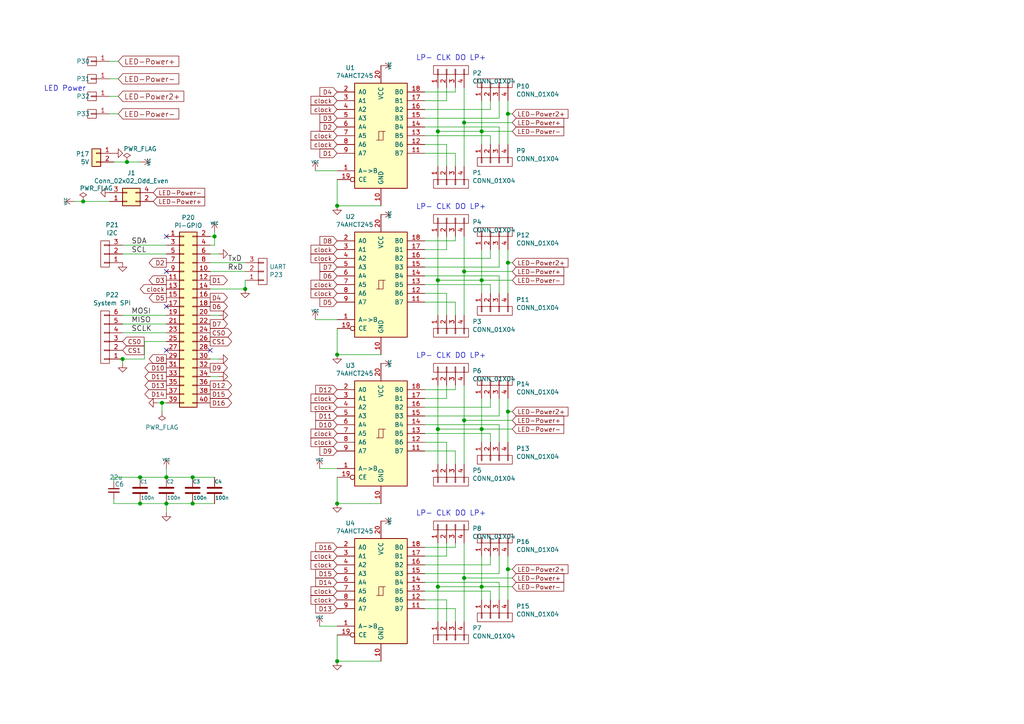
<source format=kicad_sch>
(kicad_sch (version 20250114) (generator "eeschema") (generator_version "9.0")
  (paper "A4")
  (lib_symbols
    (symbol "74xx:74HC245" (pin_names (offset 1.016))
      (property "Reference" "U" (at -7.62 16.51 0))
      (property "Value" "74HC245" (at -7.62 -16.51 0))
      (symbol "74HC245_1_0"
        (pin tri_state line (at -12.7 12.7 0) (length 5.08) (name "A0") (number "2"))
        (pin tri_state line (at -12.7 10.16 0) (length 5.08) (name "A1") (number "3"))
        (pin tri_state line (at -12.7 7.62 0) (length 5.08) (name "A2") (number "4"))
        (pin tri_state line (at -12.7 5.08 0) (length 5.08) (name "A3") (number "5"))
        (pin tri_state line (at -12.7 2.54 0) (length 5.08) (name "A4") (number "6"))
        (pin tri_state line (at -12.7 0 0) (length 5.08) (name "A5") (number "7"))
        (pin tri_state line (at -12.7 -2.54 0) (length 5.08) (name "A6") (number "8"))
        (pin tri_state line (at -12.7 -5.08 0) (length 5.08) (name "A7") (number "9"))
        (pin input line (at -12.7 -10.16 0) (length 5.08) (name "A->B") (number "1"))
        (pin input inverted (at -12.7 -12.7 0) (length 5.08) (name "CE") (number "19"))
        (pin power_in line (at 0 20.32 270) (length 5.08) (name "VCC") (number "20"))
        (pin power_in line (at 0 -20.32 90) (length 5.08) (name "GND") (number "10"))
        (pin tri_state line (at 12.7 12.7 180) (length 5.08) (name "B0") (number "18"))
        (pin tri_state line (at 12.7 10.16 180) (length 5.08) (name "B1") (number "17"))
        (pin tri_state line (at 12.7 7.62 180) (length 5.08) (name "B2") (number "16"))
        (pin tri_state line (at 12.7 5.08 180) (length 5.08) (name "B3") (number "15"))
        (pin tri_state line (at 12.7 2.54 180) (length 5.08) (name "B4") (number "14"))
        (pin tri_state line (at 12.7 0 180) (length 5.08) (name "B5") (number "13"))
        (pin tri_state line (at 12.7 -2.54 180) (length 5.08) (name "B6") (number "12"))
        (pin tri_state line (at 12.7 -5.08 180) (length 5.08) (name "B7") (number "11"))
      )
    )
    (symbol "Connector_Generic:Conn_02x20_Odd_Even" (pin_names (offset 1.016) (hide yes))
      (property "Reference" "J" (at 1.27 25.4 0))
      (property "Value" "Conn_02x20_Odd_Even" (at 1.27 -27.94 0))
      (symbol "Conn_02x20_Odd_Even_1_1"
        (pin passive line (at -5.08 22.86 0) (length 3.81) (name "Pin_1") (number "1"))
        (pin passive line (at -5.08 20.32 0) (length 3.81) (name "Pin_3") (number "3"))
        (pin passive line (at -5.08 17.78 0) (length 3.81) (name "Pin_5") (number "5"))
        (pin passive line (at -5.08 15.24 0) (length 3.81) (name "Pin_7") (number "7"))
        (pin passive line (at -5.08 12.7 0) (length 3.81) (name "Pin_9") (number "9"))
        (pin passive line (at -5.08 10.16 0) (length 3.81) (name "Pin_11") (number "11"))
        (pin passive line (at -5.08 7.62 0) (length 3.81) (name "Pin_13") (number "13"))
        (pin passive line (at -5.08 5.08 0) (length 3.81) (name "Pin_15") (number "15"))
        (pin passive line (at -5.08 2.54 0) (length 3.81) (name "Pin_17") (number "17"))
        (pin passive line (at -5.08 0 0) (length 3.81) (name "Pin_19") (number "19"))
        (pin passive line (at -5.08 -2.54 0) (length 3.81) (name "Pin_21") (number "21"))
        (pin passive line (at -5.08 -5.08 0) (length 3.81) (name "Pin_23") (number "23"))
        (pin passive line (at -5.08 -7.62 0) (length 3.81) (name "Pin_25") (number "25"))
        (pin passive line (at -5.08 -10.16 0) (length 3.81) (name "Pin_27") (number "27"))
        (pin passive line (at -5.08 -12.7 0) (length 3.81) (name "Pin_29") (number "29"))
        (pin passive line (at -5.08 -15.24 0) (length 3.81) (name "Pin_31") (number "31"))
        (pin passive line (at -5.08 -17.78 0) (length 3.81) (name "Pin_33") (number "33"))
        (pin passive line (at -5.08 -20.32 0) (length 3.81) (name "Pin_35") (number "35"))
        (pin passive line (at -5.08 -22.86 0) (length 3.81) (name "Pin_37") (number "37"))
        (pin passive line (at -5.08 -25.4 0) (length 3.81) (name "Pin_39") (number "39"))
        (pin passive line (at 7.62 22.86 180) (length 3.81) (name "Pin_2") (number "2"))
        (pin passive line (at 7.62 20.32 180) (length 3.81) (name "Pin_4") (number "4"))
        (pin passive line (at 7.62 17.78 180) (length 3.81) (name "Pin_6") (number "6"))
        (pin passive line (at 7.62 15.24 180) (length 3.81) (name "Pin_8") (number "8"))
        (pin passive line (at 7.62 12.7 180) (length 3.81) (name "Pin_10") (number "10"))
        (pin passive line (at 7.62 10.16 180) (length 3.81) (name "Pin_12") (number "12"))
        (pin passive line (at 7.62 7.62 180) (length 3.81) (name "Pin_14") (number "14"))
        (pin passive line (at 7.62 5.08 180) (length 3.81) (name "Pin_16") (number "16"))
        (pin passive line (at 7.62 2.54 180) (length 3.81) (name "Pin_18") (number "18"))
        (pin passive line (at 7.62 0 180) (length 3.81) (name "Pin_20") (number "20"))
        (pin passive line (at 7.62 -2.54 180) (length 3.81) (name "Pin_22") (number "22"))
        (pin passive line (at 7.62 -5.08 180) (length 3.81) (name "Pin_24") (number "24"))
        (pin passive line (at 7.62 -7.62 180) (length 3.81) (name "Pin_26") (number "26"))
        (pin passive line (at 7.62 -10.16 180) (length 3.81) (name "Pin_28") (number "28"))
        (pin passive line (at 7.62 -12.7 180) (length 3.81) (name "Pin_30") (number "30"))
        (pin passive line (at 7.62 -15.24 180) (length 3.81) (name "Pin_32") (number "32"))
        (pin passive line (at 7.62 -17.78 180) (length 3.81) (name "Pin_34") (number "34"))
        (pin passive line (at 7.62 -20.32 180) (length 3.81) (name "Pin_36") (number "36"))
        (pin passive line (at 7.62 -22.86 180) (length 3.81) (name "Pin_38") (number "38"))
        (pin passive line (at 7.62 -25.4 180) (length 3.81) (name "Pin_40") (number "40"))
      )
    )
    (symbol "pi-adapter-hc-rescue:Conn_01x02-Connector" (pin_names (offset 1.016) (hide yes))
      (property "Reference" "J" (at 0 2.54 0))
      (property "Value" "Conn_01x02-Connector" (at 0 -5.08 0))
      (symbol "Conn_01x02-Connector_1_1"
        (pin passive line (at -5.08 0 0) (length 3.81) (name "Pin_1") (number "1"))
        (pin passive line (at -5.08 -2.54 0) (length 3.81) (name "Pin_2") (number "2"))
      )
    )
    (symbol "pi-adapter-hc-rescue:Conn_02x02_Odd_Even-Connector" (pin_names (offset 1.016) (hide yes))
      (property "Reference" "J" (at 1.27 2.54 0))
      (property "Value" "Conn_02x02_Odd_Even-Connector" (at 1.27 -5.08 0))
      (symbol "Conn_02x02_Odd_Even-Connector_1_1"
        (pin passive line (at -5.08 0 0) (length 3.81) (name "Pin_1") (number "1"))
        (pin passive line (at -5.08 -2.54 0) (length 3.81) (name "Pin_3") (number "3"))
        (pin passive line (at 7.62 0 180) (length 3.81) (name "Pin_2") (number "2"))
        (pin passive line (at 7.62 -2.54 180) (length 3.81) (name "Pin_4") (number "4"))
      )
    )
    (symbol "pi-adapter-rescue:C-RESCUE-pi-adapter" (pin_numbers (hide yes)) (pin_names (offset 0.254))
      (property "Reference" "C" (at 0.635 2.54 0))
      (property "Value" "pi-adapter-rescue_C-RESCUE-pi-adapter" (at 0.635 -2.54 0))
      (symbol "C-RESCUE-pi-adapter_1_1"
        (pin passive line (at 0 3.81 270) (length 2.794) (name "~") (number "1"))
        (pin passive line (at 0 -3.81 90) (length 2.794) (name "~") (number "2"))
      )
    )
    (symbol "pi-adapter-rescue:CONN_01X01-RESCUE-pi-adapter" (pin_names (offset 1.016) (hide yes))
      (property "Reference" "P" (at 0 2.54 0))
      (property "Value" "pi-adapter-rescue_CONN_01X01-RESCUE-pi-adapter" (at 2.54 0 90))
      (symbol "CONN_01X01-RESCUE-pi-adapter_1_1"
        (pin passive line (at -5.08 0 0) (length 3.81) (name "P1") (number "1"))
      )
    )
    (symbol "pi-adapter-rescue:CONN_01X03-RESCUE-pi-adapter" (pin_names (offset 1.016) (hide yes))
      (property "Reference" "P" (at 0 5.08 0))
      (property "Value" "pi-adapter-rescue_CONN_01X03-RESCUE-pi-adapter" (at 2.54 0 90))
      (symbol "CONN_01X03-RESCUE-pi-adapter_1_1"
        (pin passive line (at -5.08 2.54 0) (length 3.81) (name "P1") (number "1"))
        (pin passive line (at -5.08 0 0) (length 3.81) (name "P2") (number "2"))
        (pin passive line (at -5.08 -2.54 0) (length 3.81) (name "P3") (number "3"))
      )
    )
    (symbol "pi-adapter-rescue:CONN_01X04-RESCUE-pi-adapter" (pin_names (offset 1.016) (hide yes))
      (property "Reference" "P" (at 0 6.35 0))
      (property "Value" "pi-adapter-rescue_CONN_01X04-RESCUE-pi-adapter" (at 2.54 0 90))
      (symbol "CONN_01X04-RESCUE-pi-adapter_1_1"
        (pin passive line (at -5.08 3.81 0) (length 3.81) (name "P1") (number "1"))
        (pin passive line (at -5.08 1.27 0) (length 3.81) (name "P2") (number "2"))
        (pin passive line (at -5.08 -1.27 0) (length 3.81) (name "P3") (number "3"))
        (pin passive line (at -5.08 -3.81 0) (length 3.81) (name "P4") (number "4"))
      )
    )
    (symbol "pi-adapter-rescue:CONN_01X06-RESCUE-pi-adapter" (pin_names (offset 1.016) (hide yes))
      (property "Reference" "P" (at 0 8.89 0))
      (property "Value" "pi-adapter-rescue_CONN_01X06-RESCUE-pi-adapter" (at 2.54 0 90))
      (symbol "CONN_01X06-RESCUE-pi-adapter_1_1"
        (pin passive line (at -5.08 6.35 0) (length 3.81) (name "P1") (number "1"))
        (pin passive line (at -5.08 3.81 0) (length 3.81) (name "P2") (number "2"))
        (pin passive line (at -5.08 1.27 0) (length 3.81) (name "P3") (number "3"))
        (pin passive line (at -5.08 -1.27 0) (length 3.81) (name "P4") (number "4"))
        (pin passive line (at -5.08 -3.81 0) (length 3.81) (name "P5") (number "5"))
        (pin passive line (at -5.08 -6.35 0) (length 3.81) (name "P6") (number "6"))
      )
    )
    (symbol "pi-adapter-rescue:C_Small-RESCUE-pi-adapter" (pin_numbers (hide yes)) (pin_names (offset 0.254) (hide yes))
      (property "Reference" "C" (at 0.254 1.778 0))
      (property "Value" "pi-adapter-rescue_C_Small-RESCUE-pi-adapter" (at 0.254 -2.032 0))
      (symbol "C_Small-RESCUE-pi-adapter_1_1"
        (pin passive line (at 0 2.54 270) (length 1.905) (name "~") (number "1"))
        (pin passive line (at 0 -2.54 90) (length 2.032) (name "~") (number "2"))
      )
    )
    (symbol "power:GND" (power) (pin_names (offset 0))
      (property "Value" "GND" (at 0 -3.81 0))
      (symbol "GND_1_1"
        (pin power_in line (at 0 0 270) (length 0) (hide yes) (name "GND") (number "1"))
      )
    )
    (symbol "power:PWR_FLAG" (power) (pin_numbers (hide yes)) (pin_names (offset 0) (hide yes))
      (property "Value" "PWR_FLAG" (at 0 3.81 0))
      (symbol "PWR_FLAG_0_0"
        (pin power_out line (at 0 0 90) (length 0) (name "pwr") (number "1"))
      )
    )
    (symbol "power:VCC" (power) (pin_names (offset 0))
      (property "Value" "VCC" (at 0 3.81 0))
      (symbol "VCC_1_1"
        (pin power_in line (at 0 0 90) (length 0) (hide yes) (name "VCC") (number "1"))
      )
    )
  )
  (text "LED Power" (at 12.7 26.67 0) (effects (font (size 1.524 1.524)) (justify left bottom)))
  (text "LP- CLK DO LP+\n" (at 120.65 60.96 0) (effects (font (size 1.524 1.524)) (justify left bottom)))
  (text "LP- CLK DO LP+\n" (at 120.65 17.78 0) (effects (font (size 1.524 1.524)) (justify left bottom)))
  (text "LP- CLK DO LP+\n" (at 120.65 149.86 0) (effects (font (size 1.524 1.524)) (justify left bottom)))
  (text "LP- CLK DO LP+\n" (at 120.65 104.14 0) (effects (font (size 1.524 1.524)) (justify left bottom)))
  (junction (at 40.64 138.43) (diameter 1.016))
  (junction (at 24.13 58.42) (diameter 1.016))
  (junction (at 147.32 76.2) (diameter 1.016))
  (junction (at 71.12 83.82) (diameter 1.016))
  (junction (at 62.23 68.58) (diameter 1.016))
  (junction (at 97.79 59.69) (diameter 1.016))
  (junction (at 147.32 119.38) (diameter 1.016))
  (junction (at 36.83 46.99) (diameter 1.016))
  (junction (at 139.7 38.1) (diameter 1.016))
  (junction (at 147.32 165.1) (diameter 1.016))
  (junction (at 48.26 138.43) (diameter 1.016))
  (junction (at 127 170.18) (diameter 1.016))
  (junction (at 134.62 121.92) (diameter 1.016))
  (junction (at 46.99 116.84) (diameter 1.016))
  (junction (at 127 124.46) (diameter 1.016))
  (junction (at 127 38.1) (diameter 1.016))
  (junction (at 134.62 167.64) (diameter 1.016))
  (junction (at 134.62 35.56) (diameter 1.016))
  (junction (at 55.88 138.43) (diameter 1.016))
  (junction (at 134.62 78.74) (diameter 1.016))
  (junction (at 139.7 81.28) (diameter 1.016))
  (junction (at 40.64 146.05) (diameter 1.016))
  (junction (at 139.7 124.46) (diameter 1.016))
  (junction (at 48.26 146.05) (diameter 1.016))
  (junction (at 97.79 191.77) (diameter 1.016))
  (junction (at 127 81.28) (diameter 1.016))
  (junction (at 35.56 104.14) (diameter 1.016))
  (junction (at 139.7 170.18) (diameter 1.016))
  (junction (at 147.32 33.02) (diameter 1.016))
  (junction (at 97.79 102.87) (diameter 1.016))
  (junction (at 55.88 146.05) (diameter 1.016))
  (junction (at 97.79 146.05) (diameter 1.016))
  (no_connect (at 48.26 78.74))
  (no_connect (at 48.26 68.58))
  (no_connect (at 48.26 101.6))
  (no_connect (at 60.96 101.6))
  (no_connect (at 48.26 88.9))
  (wire (pts (xy 147.32 33.02) (xy 148.59 33.02)))
  (wire (pts (xy 92.71 181.61) (xy 97.79 181.61)))
  (wire (pts (xy 127 81.28) (xy 139.7 81.28)))
  (wire (pts (xy 132.08 176.53) (xy 132.08 180.34)))
  (wire (pts (xy 147.32 76.2) (xy 147.32 85.09)))
  (wire (pts (xy 132.08 113.03) (xy 132.08 111.76)))
  (wire (pts (xy 142.24 31.75) (xy 142.24 29.21)))
  (wire (pts (xy 129.54 29.21) (xy 129.54 25.4)))
  (wire (pts (xy 123.19 163.83) (xy 142.24 163.83)))
  (wire (pts (xy 129.54 72.39) (xy 129.54 68.58)))
  (wire (pts (xy 139.7 38.1) (xy 139.7 41.91)))
  (wire (pts (xy 144.78 120.65) (xy 144.78 115.57)))
  (wire (pts (xy 127 25.4) (xy 127 38.1)))
  (wire (pts (xy 123.19 87.63) (xy 132.08 87.63)))
  (wire (pts (xy 62.23 68.58) (xy 62.23 71.12)))
  (wire (pts (xy 129.54 128.27) (xy 129.54 134.62)))
  (wire (pts (xy 132.08 158.75) (xy 132.08 157.48)))
  (wire (pts (xy 21.59 58.42) (xy 24.13 58.42)))
  (wire (pts (xy 147.32 119.38) (xy 147.32 128.27)))
  (wire (pts (xy 60.96 73.66) (xy 63.5 73.66)))
  (wire (pts (xy 129.54 115.57) (xy 129.54 111.76)))
  (wire (pts (xy 147.32 115.57) (xy 147.32 119.38)))
  (wire (pts (xy 139.7 72.39) (xy 139.7 81.28)))
  (wire (pts (xy 134.62 35.56) (xy 148.59 35.56)))
  (wire (pts (xy 142.24 163.83) (xy 142.24 161.29)))
  (wire (pts (xy 123.19 118.11) (xy 142.24 118.11)))
  (wire (pts (xy 139.7 115.57) (xy 139.7 124.46)))
  (wire (pts (xy 123.19 72.39) (xy 129.54 72.39)))
  (wire (pts (xy 123.19 120.65) (xy 144.78 120.65)))
  (wire (pts (xy 97.79 138.43) (xy 97.79 146.05)))
  (wire (pts (xy 123.19 161.29) (xy 129.54 161.29)))
  (wire (pts (xy 123.19 36.83) (xy 144.78 36.83)))
  (wire (pts (xy 35.56 91.44) (xy 48.26 91.44)))
  (wire (pts (xy 129.54 173.99) (xy 129.54 180.34)))
  (wire (pts (xy 134.62 25.4) (xy 134.62 35.56)))
  (wire (pts (xy 97.79 146.05) (xy 110.49 146.05)))
  (wire (pts (xy 144.78 77.47) (xy 144.78 72.39)))
  (wire (pts (xy 139.7 124.46) (xy 148.59 124.46)))
  (wire (pts (xy 142.24 74.93) (xy 142.24 72.39)))
  (wire (pts (xy 33.02 146.05) (xy 40.64 146.05)))
  (wire (pts (xy 127 38.1) (xy 127 48.26)))
  (wire (pts (xy 127 124.46) (xy 127 134.62)))
  (wire (pts (xy 97.79 95.25) (xy 97.79 102.87)))
  (wire (pts (xy 35.56 104.14) (xy 35.56 105.41)))
  (wire (pts (xy 147.32 29.21) (xy 147.32 33.02)))
  (wire (pts (xy 60.96 109.22) (xy 63.5 109.22)))
  (wire (pts (xy 123.19 85.09) (xy 129.54 85.09)))
  (wire (pts (xy 48.26 138.43) (xy 55.88 138.43)))
  (wire (pts (xy 129.54 161.29) (xy 129.54 157.48)))
  (wire (pts (xy 33.02 138.43) (xy 40.64 138.43)))
  (wire (pts (xy 97.79 184.15) (xy 97.79 191.77)))
  (wire (pts (xy 147.32 119.38) (xy 148.59 119.38)))
  (wire (pts (xy 129.54 44.45) (xy 132.08 44.45)))
  (wire (pts (xy 123.19 123.19) (xy 144.78 123.19)))
  (wire (pts (xy 36.83 46.99) (xy 40.64 46.99)))
  (wire (pts (xy 144.78 80.01) (xy 144.78 85.09)))
  (wire (pts (xy 134.62 121.92) (xy 134.62 134.62)))
  (wire (pts (xy 123.19 69.85) (xy 132.08 69.85)))
  (wire (pts (xy 144.78 166.37) (xy 144.78 161.29)))
  (wire (pts (xy 132.08 87.63) (xy 132.08 91.44)))
  (wire (pts (xy 97.79 49.53) (xy 91.44 49.53)))
  (wire (pts (xy 127 170.18) (xy 127 180.34)))
  (wire (pts (xy 62.23 67.31) (xy 62.23 68.58)))
  (wire (pts (xy 142.24 125.73) (xy 123.19 125.73)))
  (wire (pts (xy 139.7 81.28) (xy 139.7 85.09)))
  (wire (pts (xy 123.19 74.93) (xy 142.24 74.93)))
  (wire (pts (xy 142.24 171.45) (xy 123.19 171.45)))
  (wire (pts (xy 134.62 121.92) (xy 148.59 121.92)))
  (wire (pts (xy 127 157.48) (xy 127 170.18)))
  (wire (pts (xy 60.96 68.58) (xy 62.23 68.58)))
  (wire (pts (xy 31.75 22.86) (xy 34.29 22.86)))
  (wire (pts (xy 147.32 72.39) (xy 147.32 76.2)))
  (wire (pts (xy 127 38.1) (xy 139.7 38.1)))
  (wire (pts (xy 147.32 76.2) (xy 148.59 76.2)))
  (wire (pts (xy 144.78 36.83) (xy 144.78 41.91)))
  (wire (pts (xy 33.02 144.78) (xy 33.02 146.05)))
  (wire (pts (xy 60.96 78.74) (xy 71.12 78.74)))
  (wire (pts (xy 48.26 138.43) (xy 48.26 135.89)))
  (wire (pts (xy 132.08 69.85) (xy 132.08 68.58)))
  (wire (pts (xy 147.32 161.29) (xy 147.32 165.1)))
  (wire (pts (xy 33.02 138.43) (xy 33.02 139.7)))
  (wire (pts (xy 147.32 33.02) (xy 147.32 41.91)))
  (wire (pts (xy 123.19 113.03) (xy 132.08 113.03)))
  (wire (pts (xy 55.88 138.43) (xy 62.23 138.43)))
  (wire (pts (xy 97.79 59.69) (xy 110.49 59.69)))
  (wire (pts (xy 127 124.46) (xy 139.7 124.46)))
  (wire (pts (xy 142.24 173.99) (xy 142.24 171.45)))
  (wire (pts (xy 35.56 71.12) (xy 48.26 71.12)))
  (wire (pts (xy 134.62 35.56) (xy 134.62 48.26)))
  (wire (pts (xy 48.26 146.05) (xy 55.88 146.05)))
  (wire (pts (xy 127 170.18) (xy 139.7 170.18)))
  (wire (pts (xy 41.91 99.06) (xy 48.26 99.06)))
  (wire (pts (xy 139.7 38.1) (xy 148.59 38.1)))
  (wire (pts (xy 129.54 85.09) (xy 129.54 91.44)))
  (wire (pts (xy 129.54 41.91) (xy 129.54 48.26)))
  (wire (pts (xy 132.08 26.67) (xy 132.08 25.4)))
  (wire (pts (xy 24.13 58.42) (xy 31.75 58.42)))
  (wire (pts (xy 147.32 165.1) (xy 147.32 173.99)))
  (wire (pts (xy 147.32 165.1) (xy 148.59 165.1)))
  (wire (pts (xy 134.62 68.58) (xy 134.62 78.74)))
  (wire (pts (xy 123.19 130.81) (xy 132.08 130.81)))
  (wire (pts (xy 48.26 146.05) (xy 48.26 148.59)))
  (wire (pts (xy 142.24 118.11) (xy 142.24 115.57)))
  (wire (pts (xy 40.64 138.43) (xy 48.26 138.43)))
  (wire (pts (xy 123.19 29.21) (xy 129.54 29.21)))
  (wire (pts (xy 123.19 166.37) (xy 144.78 166.37)))
  (wire (pts (xy 123.19 115.57) (xy 129.54 115.57)))
  (wire (pts (xy 132.08 130.81) (xy 132.08 134.62)))
  (wire (pts (xy 144.78 168.91) (xy 144.78 173.99)))
  (wire (pts (xy 97.79 191.77) (xy 110.49 191.77)))
  (wire (pts (xy 31.75 27.94) (xy 34.29 27.94)))
  (wire (pts (xy 144.78 34.29) (xy 144.78 29.21)))
  (wire (pts (xy 97.79 52.07) (xy 97.79 59.69)))
  (wire (pts (xy 134.62 78.74) (xy 148.59 78.74)))
  (wire (pts (xy 139.7 170.18) (xy 148.59 170.18)))
  (wire (pts (xy 123.19 158.75) (xy 132.08 158.75)))
  (wire (pts (xy 142.24 82.55) (xy 123.19 82.55)))
  (wire (pts (xy 31.75 17.78) (xy 34.29 17.78)))
  (wire (pts (xy 35.56 104.14) (xy 41.91 104.14)))
  (wire (pts (xy 62.23 71.12) (xy 60.96 71.12)))
  (wire (pts (xy 60.96 104.14) (xy 63.5 104.14)))
  (wire (pts (xy 35.56 96.52) (xy 48.26 96.52)))
  (wire (pts (xy 123.19 173.99) (xy 129.54 173.99)))
  (wire (pts (xy 60.96 91.44) (xy 63.5 91.44)))
  (wire (pts (xy 134.62 157.48) (xy 134.62 167.64)))
  (wire (pts (xy 139.7 81.28) (xy 148.59 81.28)))
  (wire (pts (xy 40.64 146.05) (xy 48.26 146.05)))
  (wire (pts (xy 134.62 167.64) (xy 134.62 180.34)))
  (wire (pts (xy 123.19 44.45) (xy 129.54 44.45)))
  (wire (pts (xy 123.19 34.29) (xy 144.78 34.29)))
  (wire (pts (xy 35.56 73.66) (xy 48.26 73.66)))
  (wire (pts (xy 123.19 128.27) (xy 129.54 128.27)))
  (wire (pts (xy 123.19 31.75) (xy 142.24 31.75)))
  (wire (pts (xy 91.44 92.71) (xy 97.79 92.71)))
  (wire (pts (xy 123.19 176.53) (xy 132.08 176.53)))
  (wire (pts (xy 144.78 123.19) (xy 144.78 128.27)))
  (wire (pts (xy 127 111.76) (xy 127 124.46)))
  (wire (pts (xy 134.62 78.74) (xy 134.62 91.44)))
  (wire (pts (xy 46.99 116.84) (xy 46.99 119.38)))
  (wire (pts (xy 134.62 111.76) (xy 134.62 121.92)))
  (wire (pts (xy 142.24 128.27) (xy 142.24 125.73)))
  (wire (pts (xy 97.79 102.87) (xy 110.49 102.87)))
  (wire (pts (xy 142.24 85.09) (xy 142.24 82.55)))
  (wire (pts (xy 123.19 80.01) (xy 144.78 80.01)))
  (wire (pts (xy 123.19 168.91) (xy 144.78 168.91)))
  (wire (pts (xy 45.72 116.84) (xy 46.99 116.84)))
  (wire (pts (xy 127 68.58) (xy 127 81.28)))
  (wire (pts (xy 127 81.28) (xy 127 91.44)))
  (wire (pts (xy 139.7 170.18) (xy 139.7 173.99)))
  (wire (pts (xy 33.02 46.99) (xy 36.83 46.99)))
  (wire (pts (xy 71.12 81.28) (xy 71.12 83.82)))
  (wire (pts (xy 31.75 33.02) (xy 34.29 33.02)))
  (wire (pts (xy 55.88 146.05) (xy 62.23 146.05)))
  (wire (pts (xy 123.19 26.67) (xy 132.08 26.67)))
  (wire (pts (xy 92.71 135.89) (xy 97.79 135.89)))
  (wire (pts (xy 35.56 93.98) (xy 48.26 93.98)))
  (wire (pts (xy 142.24 41.91) (xy 142.24 39.37)))
  (wire (pts (xy 134.62 167.64) (xy 148.59 167.64)))
  (wire (pts (xy 41.91 104.14) (xy 41.91 99.06)))
  (wire (pts (xy 71.12 83.82) (xy 60.96 83.82)))
  (wire (pts (xy 139.7 124.46) (xy 139.7 128.27)))
  (wire (pts (xy 123.19 77.47) (xy 144.78 77.47)))
  (wire (pts (xy 46.99 116.84) (xy 48.26 116.84)))
  (wire (pts (xy 123.19 41.91) (xy 129.54 41.91)))
  (wire (pts (xy 142.24 39.37) (xy 123.19 39.37)))
  (wire (pts (xy 139.7 161.29) (xy 139.7 170.18)))
  (wire (pts (xy 132.08 44.45) (xy 132.08 48.26)))
  (wire (pts (xy 60.96 76.2) (xy 71.12 76.2)))
  (wire (pts (xy 139.7 29.21) (xy 139.7 38.1)))
  (label "TxD" (at 66.04 76.2 0) (effects (font (size 1.524 1.524))))
  (label "MOSI" (at 38.1 91.44 0) (effects (font (size 1.524 1.524))))
  (label "RxD" (at 66.04 78.74 0) (effects (font (size 1.524 1.524))))
  (label "SCL" (at 38.1 73.66 0) (effects (font (size 1.524 1.524))))
  (label "MISO" (at 38.1 93.98 0) (effects (font (size 1.524 1.524))))
  (label "SCLK" (at 38.1 96.52 0) (effects (font (size 1.524 1.524))))
  (label "SDA" (at 38.1 71.12 0) (effects (font (size 1.524 1.524))))
  (global_label "D3" (shape input) (at 97.79 34.29 180) (effects (font (size 1.2954 1.2954))) (property "Intersheetrefs" "${INTERSHEET_REFS}" (effects (hide yes))))
  (global_label "D7" (shape output) (at 60.96 93.98 0) (effects (font (size 1.2954 1.2954))) (property "Intersheetrefs" "${INTERSHEET_REFS}" (effects (hide yes))))
  (global_label "D8" (shape output) (at 48.26 104.14 180) (effects (font (size 1.2954 1.2954))) (property "Intersheetrefs" "${INTERSHEET_REFS}" (effects (hide yes))))
  (global_label "clock" (shape input) (at 97.79 128.27 180) (effects (font (size 1.2954 1.2954))) (property "Intersheetrefs" "${INTERSHEET_REFS}" (effects (hide yes))))
  (global_label "clock" (shape input) (at 97.79 125.73 180) (effects (font (size 1.2954 1.2954))) (property "Intersheetrefs" "${INTERSHEET_REFS}" (effects (hide yes))))
  (global_label "D2" (shape output) (at 48.26 76.2 180) (effects (font (size 1.2954 1.2954))) (property "Intersheetrefs" "${INTERSHEET_REFS}" (effects (hide yes))))
  (global_label "D4" (shape input) (at 97.79 26.67 180) (effects (font (size 1.2954 1.2954))) (property "Intersheetrefs" "${INTERSHEET_REFS}" (effects (hide yes))))
  (global_label "D6" (shape output) (at 60.96 88.9 0) (effects (font (size 1.2954 1.2954))) (property "Intersheetrefs" "${INTERSHEET_REFS}" (effects (hide yes))))
  (global_label "clock" (shape input) (at 97.79 173.99 180) (effects (font (size 1.2954 1.2954))) (property "Intersheetrefs" "${INTERSHEET_REFS}" (effects (hide yes))))
  (global_label "D11" (shape output) (at 48.26 109.22 180) (effects (font (size 1.2954 1.2954))) (property "Intersheetrefs" "${INTERSHEET_REFS}" (effects (hide yes))))
  (global_label "CS0" (shape output) (at 60.96 96.52 0) (effects (font (size 1.2954 1.2954))) (property "Intersheetrefs" "${INTERSHEET_REFS}" (effects (hide yes))))
  (global_label "LED-Power+" (shape input) (at 44.45 58.42 0) (effects (font (size 1.2954 1.2954))) (property "Intersheetrefs" "${INTERSHEET_REFS}" (effects (hide yes))))
  (global_label "LED-Power2+" (shape input) (at 148.59 76.2 0) (effects (font (size 1.295 1.295))) (property "Intersheetrefs" "${INTERSHEET_REFS}" (effects (hide yes))))
  (global_label "D10" (shape input) (at 97.79 123.19 180) (effects (font (size 1.2954 1.2954))) (property "Intersheetrefs" "${INTERSHEET_REFS}" (effects (hide yes))))
  (global_label "LED-Power2+" (shape input) (at 148.59 119.38 0) (effects (font (size 1.295 1.295))) (property "Intersheetrefs" "${INTERSHEET_REFS}" (effects (hide yes))))
  (global_label "CS1" (shape output) (at 60.96 99.06 0) (effects (font (size 1.2954 1.2954))) (property "Intersheetrefs" "${INTERSHEET_REFS}" (effects (hide yes))))
  (global_label "LED-Power-" (shape input) (at 34.29 33.02 0) (effects (font (size 1.524 1.524))) (property "Intersheetrefs" "${INTERSHEET_REFS}" (effects (hide yes))))
  (global_label "clock" (shape input) (at 97.79 171.45 180) (effects (font (size 1.2954 1.2954))) (property "Intersheetrefs" "${INTERSHEET_REFS}" (effects (hide yes))))
  (global_label "clock" (shape input) (at 97.79 72.39 180) (effects (font (size 1.2954 1.2954))) (property "Intersheetrefs" "${INTERSHEET_REFS}" (effects (hide yes))))
  (global_label "LED-Power-" (shape input) (at 34.29 22.86 0) (effects (font (size 1.524 1.524))) (property "Intersheetrefs" "${INTERSHEET_REFS}" (effects (hide yes))))
  (global_label "D14" (shape output) (at 48.26 114.3 180) (effects (font (size 1.2954 1.2954))) (property "Intersheetrefs" "${INTERSHEET_REFS}" (effects (hide yes))))
  (global_label "LED-Power+" (shape input) (at 148.59 35.56 0) (effects (font (size 1.2954 1.2954))) (property "Intersheetrefs" "${INTERSHEET_REFS}" (effects (hide yes))))
  (global_label "LED-Power-" (shape input) (at 44.45 55.88 0) (effects (font (size 1.2954 1.2954))) (property "Intersheetrefs" "${INTERSHEET_REFS}" (effects (hide yes))))
  (global_label "D4" (shape output) (at 60.96 86.36 0) (effects (font (size 1.2954 1.2954))) (property "Intersheetrefs" "${INTERSHEET_REFS}" (effects (hide yes))))
  (global_label "D11" (shape input) (at 97.79 120.65 180) (effects (font (size 1.2954 1.2954))) (property "Intersheetrefs" "${INTERSHEET_REFS}" (effects (hide yes))))
  (global_label "clock" (shape input) (at 97.79 115.57 180) (effects (font (size 1.2954 1.2954))) (property "Intersheetrefs" "${INTERSHEET_REFS}" (effects (hide yes))))
  (global_label "LED-Power2+" (shape input) (at 148.59 33.02 0) (effects (font (size 1.295 1.295))) (property "Intersheetrefs" "${INTERSHEET_REFS}" (effects (hide yes))))
  (global_label "LED-Power-" (shape input) (at 148.59 170.18 0) (effects (font (size 1.2954 1.2954))) (property "Intersheetrefs" "${INTERSHEET_REFS}" (effects (hide yes))))
  (global_label "D9" (shape input) (at 97.79 130.81 180) (effects (font (size 1.2954 1.2954))) (property "Intersheetrefs" "${INTERSHEET_REFS}" (effects (hide yes))))
  (global_label "clock" (shape input) (at 97.79 163.83 180) (effects (font (size 1.2954 1.2954))) (property "Intersheetrefs" "${INTERSHEET_REFS}" (effects (hide yes))))
  (global_label "clock" (shape input) (at 97.79 161.29 180) (effects (font (size 1.2954 1.2954))) (property "Intersheetrefs" "${INTERSHEET_REFS}" (effects (hide yes))))
  (global_label "D5" (shape input) (at 97.79 87.63 180) (effects (font (size 1.2954 1.2954))) (property "Intersheetrefs" "${INTERSHEET_REFS}" (effects (hide yes))))
  (global_label "D5" (shape output) (at 48.26 86.36 180) (effects (font (size 1.2954 1.2954))) (property "Intersheetrefs" "${INTERSHEET_REFS}" (effects (hide yes))))
  (global_label "D13" (shape input) (at 97.79 176.53 180) (effects (font (size 1.2954 1.2954))) (property "Intersheetrefs" "${INTERSHEET_REFS}" (effects (hide yes))))
  (global_label "clock" (shape input) (at 97.79 118.11 180) (effects (font (size 1.2954 1.2954))) (property "Intersheetrefs" "${INTERSHEET_REFS}" (effects (hide yes))))
  (global_label "D2" (shape input) (at 97.79 36.83 180) (effects (font (size 1.2954 1.2954))) (property "Intersheetrefs" "${INTERSHEET_REFS}" (effects (hide yes))))
  (global_label "D13" (shape output) (at 48.26 111.76 180) (effects (font (size 1.2954 1.2954))) (property "Intersheetrefs" "${INTERSHEET_REFS}" (effects (hide yes))))
  (global_label "LED-Power+" (shape input) (at 34.29 17.78 0) (effects (font (size 1.524 1.524))) (property "Intersheetrefs" "${INTERSHEET_REFS}" (effects (hide yes))))
  (global_label "D7" (shape input) (at 97.79 77.47 180) (effects (font (size 1.2954 1.2954))) (property "Intersheetrefs" "${INTERSHEET_REFS}" (effects (hide yes))))
  (global_label "clock" (shape input) (at 97.79 82.55 180) (effects (font (size 1.2954 1.2954))) (property "Intersheetrefs" "${INTERSHEET_REFS}" (effects (hide yes))))
  (global_label "D12" (shape input) (at 97.79 113.03 180) (effects (font (size 1.2954 1.2954))) (property "Intersheetrefs" "${INTERSHEET_REFS}" (effects (hide yes))))
  (global_label "CS1" (shape input) (at 35.56 101.6 0) (effects (font (size 1.2954 1.2954))) (property "Intersheetrefs" "${INTERSHEET_REFS}" (effects (hide yes))))
  (global_label "D15" (shape input) (at 97.79 166.37 180) (effects (font (size 1.2954 1.2954))) (property "Intersheetrefs" "${INTERSHEET_REFS}" (effects (hide yes))))
  (global_label "LED-Power-" (shape input) (at 148.59 38.1 0) (effects (font (size 1.2954 1.2954))) (property "Intersheetrefs" "${INTERSHEET_REFS}" (effects (hide yes))))
  (global_label "LED-Power+" (shape input) (at 148.59 78.74 0) (effects (font (size 1.2954 1.2954))) (property "Intersheetrefs" "${INTERSHEET_REFS}" (effects (hide yes))))
  (global_label "LED-Power-" (shape input) (at 148.59 124.46 0) (effects (font (size 1.2954 1.2954))) (property "Intersheetrefs" "${INTERSHEET_REFS}" (effects (hide yes))))
  (global_label "D15" (shape output) (at 60.96 114.3 0) (effects (font (size 1.2954 1.2954))) (property "Intersheetrefs" "${INTERSHEET_REFS}" (effects (hide yes))))
  (global_label "LED-Power2+" (shape input) (at 34.29 27.94 0) (effects (font (size 1.524 1.524))) (property "Intersheetrefs" "${INTERSHEET_REFS}" (effects (hide yes))))
  (global_label "D8" (shape input) (at 97.79 69.85 180) (effects (font (size 1.2954 1.2954))) (property "Intersheetrefs" "${INTERSHEET_REFS}" (effects (hide yes))))
  (global_label "D14" (shape input) (at 97.79 168.91 180) (effects (font (size 1.2954 1.2954))) (property "Intersheetrefs" "${INTERSHEET_REFS}" (effects (hide yes))))
  (global_label "D12" (shape output) (at 60.96 111.76 0) (effects (font (size 1.2954 1.2954))) (property "Intersheetrefs" "${INTERSHEET_REFS}" (effects (hide yes))))
  (global_label "LED-Power2+" (shape input) (at 148.59 165.1 0) (effects (font (size 1.295 1.295))) (property "Intersheetrefs" "${INTERSHEET_REFS}" (effects (hide yes))))
  (global_label "clock" (shape input) (at 97.79 31.75 180) (effects (font (size 1.2954 1.2954))) (property "Intersheetrefs" "${INTERSHEET_REFS}" (effects (hide yes))))
  (global_label "CS0" (shape input) (at 35.56 99.06 0) (effects (font (size 1.2954 1.2954))) (property "Intersheetrefs" "${INTERSHEET_REFS}" (effects (hide yes))))
  (global_label "clock" (shape input) (at 97.79 39.37 180) (effects (font (size 1.2954 1.2954))) (property "Intersheetrefs" "${INTERSHEET_REFS}" (effects (hide yes))))
  (global_label "clock" (shape input) (at 97.79 85.09 180) (effects (font (size 1.2954 1.2954))) (property "Intersheetrefs" "${INTERSHEET_REFS}" (effects (hide yes))))
  (global_label "clock" (shape input) (at 97.79 74.93 180) (effects (font (size 1.2954 1.2954))) (property "Intersheetrefs" "${INTERSHEET_REFS}" (effects (hide yes))))
  (global_label "D9" (shape output) (at 60.96 106.68 0) (effects (font (size 1.2954 1.2954))) (property "Intersheetrefs" "${INTERSHEET_REFS}" (effects (hide yes))))
  (global_label "LED-Power-" (shape input) (at 148.59 81.28 0) (effects (font (size 1.2954 1.2954))) (property "Intersheetrefs" "${INTERSHEET_REFS}" (effects (hide yes))))
  (global_label "D16" (shape output) (at 60.96 116.84 0) (effects (font (size 1.2954 1.2954))) (property "Intersheetrefs" "${INTERSHEET_REFS}" (effects (hide yes))))
  (global_label "LED-Power+" (shape input) (at 148.59 121.92 0) (effects (font (size 1.2954 1.2954))) (property "Intersheetrefs" "${INTERSHEET_REFS}" (effects (hide yes))))
  (global_label "clock" (shape output) (at 48.26 83.82 180) (effects (font (size 1.2954 1.2954))) (property "Intersheetrefs" "${INTERSHEET_REFS}" (effects (hide yes))))
  (global_label "D10" (shape output) (at 48.26 106.68 180) (effects (font (size 1.2954 1.2954))) (property "Intersheetrefs" "${INTERSHEET_REFS}" (effects (hide yes))))
  (global_label "D1" (shape output) (at 60.96 81.28 0) (effects (font (size 1.2954 1.2954))) (property "Intersheetrefs" "${INTERSHEET_REFS}" (effects (hide yes))))
  (global_label "LED-Power+" (shape input) (at 148.59 167.64 0) (effects (font (size 1.2954 1.2954))) (property "Intersheetrefs" "${INTERSHEET_REFS}" (effects (hide yes))))
  (global_label "D1" (shape input) (at 97.79 44.45 180) (effects (font (size 1.2954 1.2954))) (property "Intersheetrefs" "${INTERSHEET_REFS}" (effects (hide yes))))
  (global_label "D3" (shape output) (at 48.26 81.28 180) (effects (font (size 1.2954 1.2954))) (property "Intersheetrefs" "${INTERSHEET_REFS}" (effects (hide yes))))
  (global_label "D6" (shape input) (at 97.79 80.01 180) (effects (font (size 1.2954 1.2954))) (property "Intersheetrefs" "${INTERSHEET_REFS}" (effects (hide yes))))
  (global_label "clock" (shape input) (at 97.79 29.21 180) (effects (font (size 1.2954 1.2954))) (property "Intersheetrefs" "${INTERSHEET_REFS}" (effects (hide yes))))
  (global_label "D16" (shape input) (at 97.79 158.75 180) (effects (font (size 1.2954 1.2954))) (property "Intersheetrefs" "${INTERSHEET_REFS}" (effects (hide yes))))
  (global_label "clock" (shape input) (at 97.79 41.91 180) (effects (font (size 1.2954 1.2954))) (property "Intersheetrefs" "${INTERSHEET_REFS}" (effects (hide yes))))
  (symbol (lib_id "power:GND") (at 63.5 91.44 90) (unit 1)
    (property "Reference" "#PWR01" (effects (hide yes)))
    (property "Value" "GND" (effects (hide yes)))
  )
  (symbol (lib_id "power:GND") (at 63.5 73.66 90) (unit 1)
    (property "Reference" "#PWR02" (effects (hide yes)))
    (property "Value" "GND" (effects (hide yes)))
  )
  (symbol (lib_id "power:GND") (at 45.72 116.84 270) (unit 1)
    (property "Reference" "#PWR03" (effects (hide yes)))
    (property "Value" "GND" (effects (hide yes)))
  )
  (symbol (lib_id "power:GND") (at 63.5 109.22 90) (unit 1)
    (property "Reference" "#PWR04" (effects (hide yes)))
    (property "Value" "GND" (effects (hide yes)))
  )
  (symbol (lib_id "power:GND") (at 35.56 105.41 0) (unit 1)
    (property "Reference" "#PWR05" (effects (hide yes)))
    (property "Value" "GND" (effects (hide yes)))
  )
  (symbol (lib_id "pi-adapter-rescue:C-RESCUE-pi-adapter") (at 40.64 142.24 0) (unit 1)
    (property "Reference" "C1" (at 40.64 139.7 0) (effects (font (size 1.016 1.016)) (justify left)))
    (property "Value" "100n" (at 40.7924 144.399 0) (effects (font (size 1.016 1.016)) (justify left)))
    (property "Footprint" "Capacitors_SMD:C_0603" (effects (hide yes)))
    (property "MPN" "C0603C104Z3VACTU" (effects (hide yes)))
    (property "DigiKey" "399-1100-1-ND" (effects (hide yes)))
  )
  (symbol (lib_id "pi-adapter-rescue:C-RESCUE-pi-adapter") (at 48.26 142.24 0) (unit 1)
    (property "Reference" "C2" (at 48.26 139.7 0) (effects (font (size 1.016 1.016)) (justify left)))
    (property "Value" "100n" (at 48.4124 144.399 0) (effects (font (size 1.016 1.016)) (justify left)))
    (property "Footprint" "Capacitors_SMD:C_0603" (effects (hide yes)))
    (property "MPN" "C0603C104Z3VACTU" (effects (hide yes)))
    (property "DigiKey" "399-1100-1-ND" (effects (hide yes)))
  )
  (symbol (lib_id "pi-adapter-rescue:C-RESCUE-pi-adapter") (at 55.88 142.24 0) (unit 1)
    (property "Reference" "C3" (at 55.88 139.7 0) (effects (font (size 1.016 1.016)) (justify left)))
    (property "Value" "100n" (at 56.0324 144.399 0) (effects (font (size 1.016 1.016)) (justify left)))
    (property "Footprint" "Capacitors_SMD:C_0603" (effects (hide yes)))
    (property "MPN" "C0603C104Z3VACTU" (effects (hide yes)))
    (property "DigiKey" "399-1100-1-ND" (effects (hide yes)))
  )
  (symbol (lib_id "power:GND") (at 48.26 148.59 0) (unit 1)
    (property "Reference" "#PWR06" (effects (hide yes)))
    (property "Value" "GND" (effects (hide yes)))
  )
  (symbol (lib_id "power:VCC") (at 48.26 135.89 0) (unit 1)
    (property "Reference" "#PWR07" (effects (hide yes)))
    (property "Value" "VCC" (at 48.26 133.35 0) (effects (font (size 0.762 0.762))))
  )
  (symbol (lib_id "power:GND") (at 97.79 59.69 0) (unit 1)
    (property "Reference" "#PWR08" (effects (hide yes)))
    (property "Value" "GND" (effects (hide yes)))
  )
  (symbol (lib_id "power:VCC") (at 91.44 49.53 0) (unit 1)
    (property "Reference" "#PWR011" (effects (hide yes)))
    (property "Value" "VCC" (at 91.44 46.99 0) (effects (font (size 0.762 0.762))))
  )
  (symbol (lib_id "power:VCC") (at 91.44 92.71 0) (unit 1)
    (property "Reference" "#PWR012" (effects (hide yes)))
    (property "Value" "VCC" (at 91.44 90.17 0) (effects (font (size 0.762 0.762))))
  )
  (symbol (lib_id "power:VCC") (at 92.71 135.89 0) (unit 1)
    (property "Reference" "#PWR013" (effects (hide yes)))
    (property "Value" "VCC" (at 92.71 133.35 0) (effects (font (size 0.762 0.762))))
  )
  (symbol (lib_id "pi-adapter-rescue:C-RESCUE-pi-adapter") (at 62.23 142.24 0) (unit 1)
    (property "Reference" "C4" (at 62.23 139.7 0) (effects (font (size 1.016 1.016)) (justify left)))
    (property "Value" "100n" (at 62.3824 144.399 0) (effects (font (size 1.016 1.016)) (justify left)))
    (property "Footprint" "Capacitors_SMD:C_0603" (effects (hide yes)))
    (property "MPN" "C0603C104Z3VACTU" (effects (hide yes)))
    (property "DigiKey" "399-1100-1-ND" (effects (hide yes)))
  )
  (symbol (lib_id "power:VCC") (at 92.71 181.61 0) (unit 1)
    (property "Reference" "#PWR015" (effects (hide yes)))
    (property "Value" "VCC" (at 92.71 179.07 0) (effects (font (size 0.762 0.762))))
  )
  (symbol (lib_id "power:PWR_FLAG") (at 46.99 119.38 180) (unit 1)
    (property "Reference" "#FLG016" (effects (hide yes)))
    (property "Value" "PWR_FLAG" (at 46.99 123.952 0))
  )
  (symbol (lib_id "power:VCC") (at 40.64 46.99 270) (unit 1)
    (property "Reference" "#PWR018" (effects (hide yes)))
    (property "Value" "VCC" (at 43.18 46.99 0) (effects (font (size 0.762 0.762))))
  )
  (symbol (lib_id "pi-adapter-rescue:C_Small-RESCUE-pi-adapter") (at 33.02 142.24 0) (unit 1)
    (property "Reference" "C6" (at 33.274 140.462 0) (effects (justify left)))
    (property "Value" "22u" (at 31.75 138.43 0) (effects (justify left)))
    (property "Footprint" "Capacitors_SMD:C_1206_HandSoldering" (effects (hide yes)))
    (property "MPN" "CL31A226MQHNNNE" (effects (hide yes)))
  )
  (symbol (lib_id "pi-adapter-rescue:CONN_01X01-RESCUE-pi-adapter") (at 26.67 17.78 180) (unit 1) (in_bom no)
    (property "Reference" "P30" (at 24.13 17.78 0))
    (property "Value" "+5V" (effects (hide yes)))
    (property "Footprint" "Connector_PinHeader_1.00mm:PinHeader_1x01_P1.00mm_Vertical" (effects (hide yes)))
  )
  (symbol (lib_id "pi-adapter-rescue:CONN_01X01-RESCUE-pi-adapter") (at 26.67 22.86 180) (unit 1) (in_bom no)
    (property "Reference" "P31" (at 24.13 22.86 0))
    (property "Value" "GND" (effects (hide yes)))
    (property "Footprint" "Connector_PinHeader_1.00mm:PinHeader_1x01_P1.00mm_Vertical" (effects (hide yes)))
  )
  (symbol (lib_id "pi-adapter-rescue:CONN_01X04-RESCUE-pi-adapter") (at 130.81 20.32 90) (unit 1) (in_bom no)
    (property "Reference" "P2" (at 137.0076 21.209 90) (effects (justify right)))
    (property "Value" "CONN_01X04" (at 137.0076 23.5458 90) (effects (justify right)))
    (property "Footprint" "Pin_Headers:Pin_Header_Straight_1x04" (effects (hide yes)))
  )
  (symbol (lib_id "pi-adapter-rescue:CONN_01X04-RESCUE-pi-adapter") (at 130.81 53.34 90) (mirror x) (unit 1) (in_bom no)
    (property "Reference" "P1" (at 137.0076 50.0888 90) (effects (justify right)))
    (property "Value" "CONN_01X04" (at 137.0076 52.4256 90) (effects (justify right)))
    (property "Footprint" "Pin_Headers:Pin_Header_Straight_1x04" (effects (hide yes)))
  )
  (symbol (lib_id "pi-adapter-rescue:CONN_01X04-RESCUE-pi-adapter") (at 143.51 24.13 90) (unit 1) (in_bom no)
    (property "Reference" "P10" (at 149.7076 25.019 90) (effects (justify right)))
    (property "Value" "CONN_01X04" (at 149.7076 27.3558 90) (effects (justify right)))
    (property "Footprint" "Pin_Headers:Pin_Header_Straight_1x04" (effects (hide yes)))
  )
  (symbol (lib_id "pi-adapter-rescue:CONN_01X04-RESCUE-pi-adapter") (at 143.51 46.99 90) (mirror x) (unit 1) (in_bom no)
    (property "Reference" "P9" (at 149.7076 43.7388 90) (effects (justify right)))
    (property "Value" "CONN_01X04" (at 149.7076 46.0756 90) (effects (justify right)))
    (property "Footprint" "Pin_Headers:Pin_Header_Straight_1x04" (effects (hide yes)))
  )
  (symbol (lib_id "pi-adapter-rescue:CONN_01X03-RESCUE-pi-adapter") (at 76.2 78.74 0) (mirror x) (unit 1) (in_bom no)
    (property "Reference" "P23" (at 78.1558 79.7052 0) (effects (justify left)))
    (property "Value" "UART" (at 78.1558 77.3684 0) (effects (justify left)))
    (property "Footprint" "Pin_Headers:Pin_Header_Straight_1x03" (effects (hide yes)))
  )
  (symbol (lib_id "power:GND") (at 71.12 83.82 0) (unit 1)
    (property "Reference" "#PWR020" (effects (hide yes)))
    (property "Value" "GND" (effects (hide yes)))
  )
  (symbol (lib_id "pi-adapter-rescue:CONN_01X03-RESCUE-pi-adapter") (at 30.48 73.66 180) (unit 1) (in_bom no)
    (property "Reference" "P21" (at 32.5374 65.2272 0))
    (property "Value" "I2C" (at 32.5374 67.564 0))
    (property "Footprint" "Pin_Headers:Pin_Header_Straight_1x03" (effects (hide yes)))
  )
  (symbol (lib_id "pi-adapter-rescue:CONN_01X04-RESCUE-pi-adapter") (at 130.81 63.5 90) (unit 1) (in_bom no)
    (property "Reference" "P4" (at 137.0076 64.389 90) (effects (justify right)))
    (property "Value" "CONN_01X04" (at 137.0076 66.7258 90) (effects (justify right)))
    (property "Footprint" "Pin_Headers:Pin_Header_Straight_1x04" (effects (hide yes)))
  )
  (symbol (lib_id "pi-adapter-rescue:CONN_01X04-RESCUE-pi-adapter") (at 130.81 96.52 90) (mirror x) (unit 1) (in_bom no)
    (property "Reference" "P3" (at 137.0076 93.2688 90) (effects (justify right)))
    (property "Value" "CONN_01X04" (at 137.0076 95.6056 90) (effects (justify right)))
    (property "Footprint" "Pin_Headers:Pin_Header_Straight_1x04" (effects (hide yes)))
  )
  (symbol (lib_id "pi-adapter-rescue:CONN_01X04-RESCUE-pi-adapter") (at 143.51 67.31 90) (unit 1) (in_bom no)
    (property "Reference" "P12" (at 149.7076 68.199 90) (effects (justify right)))
    (property "Value" "CONN_01X04" (at 149.7076 70.5358 90) (effects (justify right)))
    (property "Footprint" "Pin_Headers:Pin_Header_Straight_1x04" (effects (hide yes)))
  )
  (symbol (lib_id "pi-adapter-rescue:CONN_01X04-RESCUE-pi-adapter") (at 143.51 90.17 90) (mirror x) (unit 1) (in_bom no)
    (property "Reference" "P11" (at 149.7076 86.9188 90) (effects (justify right)))
    (property "Value" "CONN_01X04" (at 149.7076 89.2556 90) (effects (justify right)))
    (property "Footprint" "Pin_Headers:Pin_Header_Straight_1x04" (effects (hide yes)))
  )
  (symbol (lib_id "pi-adapter-rescue:CONN_01X04-RESCUE-pi-adapter") (at 130.81 106.68 90) (unit 1) (in_bom no)
    (property "Reference" "P6" (at 137.0076 107.569 90) (effects (justify right)))
    (property "Value" "CONN_01X04" (at 137.0076 109.9058 90) (effects (justify right)))
    (property "Footprint" "Pin_Headers:Pin_Header_Straight_1x04" (effects (hide yes)))
  )
  (symbol (lib_id "pi-adapter-rescue:CONN_01X04-RESCUE-pi-adapter") (at 130.81 139.7 90) (mirror x) (unit 1) (in_bom no)
    (property "Reference" "P5" (at 137.0076 136.4488 90) (effects (justify right)))
    (property "Value" "CONN_01X04" (at 137.0076 138.7856 90) (effects (justify right)))
    (property "Footprint" "Pin_Headers:Pin_Header_Straight_1x04" (effects (hide yes)))
  )
  (symbol (lib_id "pi-adapter-rescue:CONN_01X04-RESCUE-pi-adapter") (at 143.51 110.49 90) (unit 1) (in_bom no)
    (property "Reference" "P14" (at 149.7076 111.379 90) (effects (justify right)))
    (property "Value" "CONN_01X04" (at 149.7076 113.7158 90) (effects (justify right)))
    (property "Footprint" "Pin_Headers:Pin_Header_Straight_1x04" (effects (hide yes)))
  )
  (symbol (lib_id "pi-adapter-rescue:CONN_01X04-RESCUE-pi-adapter") (at 143.51 133.35 90) (mirror x) (unit 1) (in_bom no)
    (property "Reference" "P13" (at 149.7076 130.0988 90) (effects (justify right)))
    (property "Value" "CONN_01X04" (at 149.7076 132.4356 90) (effects (justify right)))
    (property "Footprint" "Pin_Headers:Pin_Header_Straight_1x04" (effects (hide yes)))
  )
  (symbol (lib_id "pi-adapter-rescue:CONN_01X04-RESCUE-pi-adapter") (at 130.81 152.4 90) (unit 1) (in_bom no)
    (property "Reference" "P8" (at 137.0076 153.289 90) (effects (justify right)))
    (property "Value" "CONN_01X04" (at 137.0076 155.6258 90) (effects (justify right)))
    (property "Footprint" "Pin_Headers:Pin_Header_Straight_1x04" (effects (hide yes)))
  )
  (symbol (lib_id "pi-adapter-rescue:CONN_01X04-RESCUE-pi-adapter") (at 130.81 185.42 90) (mirror x) (unit 1) (in_bom no)
    (property "Reference" "P7" (at 137.0076 182.1688 90) (effects (justify right)))
    (property "Value" "CONN_01X04" (at 137.0076 184.5056 90) (effects (justify right)))
    (property "Footprint" "Pin_Headers:Pin_Header_Straight_1x04" (effects (hide yes)))
  )
  (symbol (lib_id "pi-adapter-rescue:CONN_01X04-RESCUE-pi-adapter") (at 143.51 156.21 90) (unit 1) (in_bom no)
    (property "Reference" "P16" (at 149.7076 157.099 90) (effects (justify right)))
    (property "Value" "CONN_01X04" (at 149.7076 159.4358 90) (effects (justify right)))
    (property "Footprint" "Pin_Headers:Pin_Header_Straight_1x04" (effects (hide yes)))
  )
  (symbol (lib_id "pi-adapter-rescue:CONN_01X04-RESCUE-pi-adapter") (at 143.51 179.07 90) (mirror x) (unit 1) (in_bom no)
    (property "Reference" "P15" (at 149.7076 175.8188 90) (effects (justify right)))
    (property "Value" "CONN_01X04" (at 149.7076 178.1556 90) (effects (justify right)))
    (property "Footprint" "Pin_Headers:Pin_Header_Straight_1x04" (effects (hide yes)))
  )
  (symbol (lib_id "pi-adapter-rescue:CONN_01X06-RESCUE-pi-adapter") (at 30.48 97.79 180) (unit 1) (in_bom no)
    (property "Reference" "P22" (at 32.5374 85.5472 0))
    (property "Value" "System SPI" (at 32.5374 87.884 0))
    (property "Footprint" "Pin_Headers:Pin_Header_Straight_1x06" (effects (hide yes)))
  )
  (symbol (lib_id "power:PWR_FLAG") (at 36.83 46.99 0) (unit 1)
    (property "Reference" "#FLG027" (effects (hide yes)))
    (property "Value" "PWR_FLAG" (at 40.64 43.18 0))
  )
  (symbol (lib_id "power:GND") (at 63.5 104.14 90) (unit 1)
    (property "Reference" "#PWR028" (effects (hide yes)))
    (property "Value" "GND" (effects (hide yes)))
  )
  (symbol (lib_id "power:GND") (at 35.56 76.2 0) (unit 1)
    (property "Reference" "#PWR016" (effects (hide yes)))
    (property "Value" "GND" (effects (hide yes)))
  )
  (symbol (lib_id "power:GND") (at 33.02 44.45 90) (unit 1)
    (property "Reference" "#PWR019" (effects (hide yes)))
    (property "Value" "GND" (effects (hide yes)))
  )
  (symbol (lib_id "pi-adapter-hc-rescue:Conn_01x02-Connector") (at 27.94 44.45 0) (mirror y) (unit 1) (in_bom no)
    (property "Reference" "P17" (at 25.908 44.6532 0) (effects (justify left)))
    (property "Value" "5V" (at 25.908 46.9646 0) (effects (justify left)))
  )
  (symbol (lib_id "pi-adapter-hc-rescue:Conn_02x02_Odd_Even-Connector") (at 36.83 58.42 0) (mirror x) (unit 1) (in_bom no)
    (property "Reference" "J1" (at 38.1 50.165 0))
    (property "Value" "Conn_02x02_Odd_Even" (at 38.1 52.4764 0))
    (property "Footprint" "Pin_Headers:Pin_Header_Straight_2x02_Pitch2.54mm" (effects (hide yes)))
  )
  (symbol (lib_id "power:GND") (at 31.75 55.88 270) (unit 1)
    (property "Reference" "#PWR017" (effects (hide yes)))
    (property "Value" "GND" (effects (hide yes)))
  )
  (symbol (lib_id "power:VCC") (at 21.59 58.42 90) (unit 1)
    (property "Reference" "#PWR021" (effects (hide yes)))
    (property "Value" "VCC" (at 19.05 58.42 0) (effects (font (size 0.762 0.762))))
  )
  (symbol (lib_id "power:PWR_FLAG") (at 24.13 58.42 0) (unit 1)
    (property "Reference" "#FLG01" (effects (hide yes)))
    (property "Value" "PWR_FLAG" (at 27.94 54.61 0))
  )
  (symbol (lib_id "power:VCC") (at 62.23 67.31 0) (unit 1)
    (property "Reference" "#PWR022" (effects (hide yes)))
    (property "Value" "VCC" (at 62.23 64.77 0) (effects (font (size 0.762 0.762))))
  )
  (symbol (lib_id "74xx:74HC245") (at 110.49 39.37 0) (unit 1)
    (property "Reference" "U1" (at 101.6 19.666 0))
    (property "Value" "74AHCT245" (at 102.87 21.964 0))
    (property "Footprint" "Package_SO:TSSOP-20_4.4x6.5mm_P0.65mm" (effects (hide yes)))
    (property "Datasheet" "http://www.ti.com/lit/gpn/sn74HC245" (effects (hide yes)))
  )
  (symbol (lib_id "power:GND") (at 97.79 102.87 0) (unit 1)
    (property "Reference" "#PWR0107" (effects (hide yes)))
    (property "Value" "GND" (effects (hide yes)))
  )
  (symbol (lib_id "power:VCC") (at 110.49 105.41 270) (unit 1)
    (property "Reference" "#PWR0106" (effects (hide yes)))
    (property "Value" "VCC" (at 113.03 105.41 0) (effects (font (size 0.762 0.762))))
  )
  (symbol (lib_id "Connector_Generic:Conn_02x20_Odd_Even") (at 53.34 91.44 0) (unit 1) (in_bom no)
    (property "Reference" "P20" (at 54.61 63.0998 0))
    (property "Value" "Pi-GPIO" (at 54.61 65.398 0))
    (property "Footprint" "Connector_PinHeader_2.54mm:PinHeader_2x20_P2.54mm_Vertical" (effects (hide yes)))
  )
  (symbol (lib_id "power:VCC") (at 110.49 19.05 270) (unit 1)
    (property "Reference" "#PWR0102" (effects (hide yes)))
    (property "Value" "VCC" (at 113.03 19.05 0) (effects (font (size 0.762 0.762))))
  )
  (symbol (lib_id "74xx:74HC245") (at 110.49 171.45 0) (unit 1)
    (property "Reference" "U4" (at 101.6 151.746 0))
    (property "Value" "74AHCT245" (at 102.87 154.044 0))
    (property "Footprint" "Package_SO:TSSOP-20_4.4x6.5mm_P0.65mm" (effects (hide yes)))
    (property "Datasheet" "http://www.ti.com/lit/gpn/sn74HC245" (effects (hide yes)))
  )
  (symbol (lib_id "power:GND") (at 97.79 191.77 0) (unit 1)
    (property "Reference" "#PWR0105" (effects (hide yes)))
    (property "Value" "GND" (effects (hide yes)))
  )
  (symbol (lib_id "pi-adapter-rescue:CONN_01X01-RESCUE-pi-adapter") (at 26.67 27.94 180) (unit 1) (in_bom no)
    (property "Reference" "P32" (at 24.13 27.94 0))
    (property "Value" "+5V" (effects (hide yes)))
    (property "Footprint" "Connector_PinHeader_1.00mm:PinHeader_1x01_P1.00mm_Vertical" (effects (hide yes)))
  )
  (symbol (lib_id "power:GND") (at 97.79 146.05 0) (unit 1)
    (property "Reference" "#PWR0103" (effects (hide yes)))
    (property "Value" "GND" (effects (hide yes)))
  )
  (symbol (lib_id "power:VCC") (at 110.49 151.13 270) (unit 1)
    (property "Reference" "#PWR0104" (effects (hide yes)))
    (property "Value" "VCC" (at 113.03 151.13 0) (effects (font (size 0.762 0.762))))
  )
  (symbol (lib_id "74xx:74HC245") (at 110.49 125.73 0) (unit 1)
    (property "Reference" "U3" (at 101.6 106.026 0))
    (property "Value" "74AHCT245" (at 102.87 108.324 0))
    (property "Footprint" "Package_SO:TSSOP-20_4.4x6.5mm_P0.65mm" (effects (hide yes)))
    (property "Datasheet" "http://www.ti.com/lit/gpn/sn74HC245" (effects (hide yes)))
  )
  (symbol (lib_id "74xx:74HC245") (at 110.49 82.55 0) (unit 1)
    (property "Reference" "U2" (at 101.6 62.846 0))
    (property "Value" "74AHCT245" (at 102.87 65.144 0))
    (property "Footprint" "Package_SO:TSSOP-20_4.4x6.5mm_P0.65mm" (effects (hide yes)))
    (property "Datasheet" "http://www.ti.com/lit/gpn/sn74HC245" (effects (hide yes)))
  )
  (symbol (lib_id "power:VCC") (at 110.49 62.23 270) (unit 1)
    (property "Reference" "#PWR0101" (effects (hide yes)))
    (property "Value" "VCC" (at 113.03 62.23 0) (effects (font (size 0.762 0.762))))
  )
  (symbol (lib_id "pi-adapter-rescue:CONN_01X01-RESCUE-pi-adapter") (at 26.67 33.02 180) (unit 1) (in_bom no)
    (property "Reference" "P33" (at 24.13 33.02 0))
    (property "Value" "GND" (effects (hide yes)))
    (property "Footprint" "Connector_PinHeader_1.00mm:PinHeader_1x01_P1.00mm_Vertical" (effects (hide yes)))
  )
)
</source>
